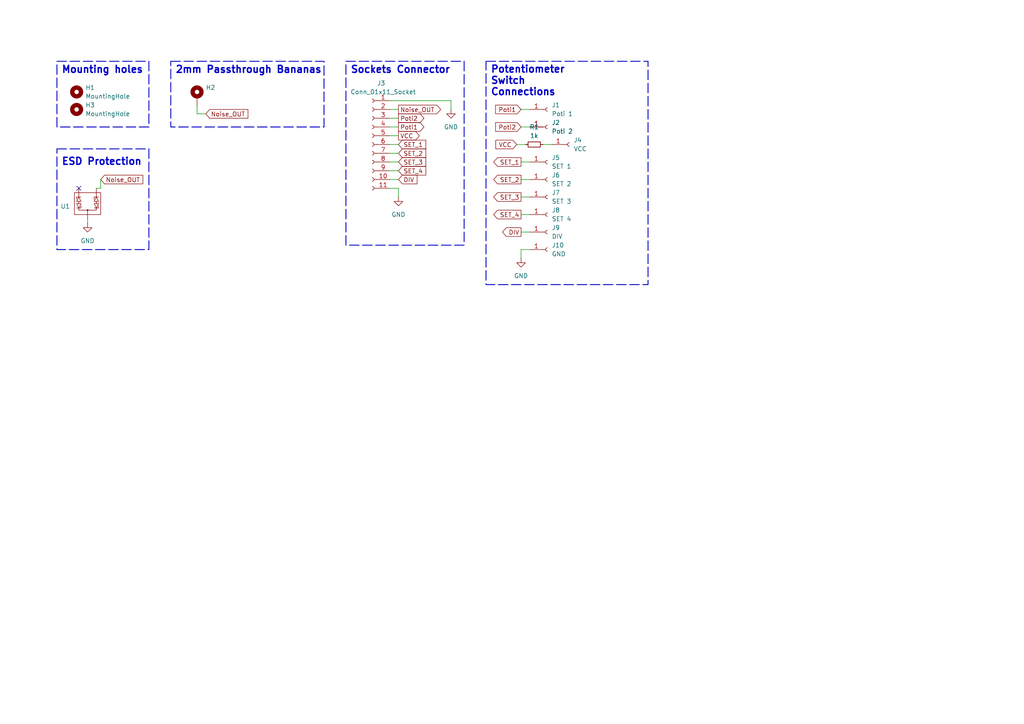
<source format=kicad_sch>
(kicad_sch (version 20231120) (generator "eeschema") (generator_version "8.0")
  (paper "A4")
  (title_block (title "Noise source and frequency filter MIDDLEPLATE") (date "11/12/2024") (rev "V1") (company "Alexander Saal"))
  (lib_symbols
    (symbol "Connector:Conn_01x01_Socket" (pin_names (offset 1.016) hide)
      (property "Reference" "J" (at 0 2.54 0))
      (property "Value" "Conn_01x01_Socket" (at 0 -2.54 0))
      (symbol "Conn_01x01_Socket_1_1"
        (polyline (pts (xy -1.27 0) (xy -0.508 0)) (stroke (width 0.1524)))
        (arc (start 0 0.508) (mid -0.5058 0) (end 0 -0.508) (stroke (width 0.1524)))
        (pin passive line (at -5.08 0 0) (length 3.81) (name "Pin_1") (number "1"))
      )
    )
    (symbol "Connector:Conn_01x11_Socket" (pin_names (offset 1.016) hide)
      (property "Reference" "J" (at 0 15.24 0))
      (property "Value" "Conn_01x11_Socket" (at 0 -15.24 0))
      (symbol "Conn_01x11_Socket_1_1"
        (arc (start 0 -12.192) (mid -0.5058 -12.7) (end 0 -13.208) (stroke (width 0.1524)))
        (arc (start 0 -9.652) (mid -0.5058 -10.16) (end 0 -10.668) (stroke (width 0.1524)))
        (arc (start 0 -7.112) (mid -0.5058 -7.62) (end 0 -8.128) (stroke (width 0.1524)))
        (arc (start 0 -4.572) (mid -0.5058 -5.08) (end 0 -5.588) (stroke (width 0.1524)))
        (arc (start 0 -2.032) (mid -0.5058 -2.54) (end 0 -3.048) (stroke (width 0.1524)))
        (polyline (pts (xy -1.27 -12.7) (xy -0.508 -12.7)) (stroke (width 0.1524)))
        (polyline (pts (xy -1.27 -10.16) (xy -0.508 -10.16)) (stroke (width 0.1524)))
        (polyline (pts (xy -1.27 -7.62) (xy -0.508 -7.62)) (stroke (width 0.1524)))
        (polyline (pts (xy -1.27 -5.08) (xy -0.508 -5.08)) (stroke (width 0.1524)))
        (polyline (pts (xy -1.27 -2.54) (xy -0.508 -2.54)) (stroke (width 0.1524)))
        (polyline (pts (xy -1.27 0) (xy -0.508 0)) (stroke (width 0.1524)))
        (polyline (pts (xy -1.27 2.54) (xy -0.508 2.54)) (stroke (width 0.1524)))
        (polyline (pts (xy -1.27 5.08) (xy -0.508 5.08)) (stroke (width 0.1524)))
        (polyline (pts (xy -1.27 7.62) (xy -0.508 7.62)) (stroke (width 0.1524)))
        (polyline (pts (xy -1.27 10.16) (xy -0.508 10.16)) (stroke (width 0.1524)))
        (polyline (pts (xy -1.27 12.7) (xy -0.508 12.7)) (stroke (width 0.1524)))
        (arc (start 0 0.508) (mid -0.5058 0) (end 0 -0.508) (stroke (width 0.1524)))
        (arc (start 0 3.048) (mid -0.5058 2.54) (end 0 2.032) (stroke (width 0.1524)))
        (arc (start 0 5.588) (mid -0.5058 5.08) (end 0 4.572) (stroke (width 0.1524)))
        (arc (start 0 8.128) (mid -0.5058 7.62) (end 0 7.112) (stroke (width 0.1524)))
        (arc (start 0 10.668) (mid -0.5058 10.16) (end 0 9.652) (stroke (width 0.1524)))
        (arc (start 0 13.208) (mid -0.5058 12.7) (end 0 12.192) (stroke (width 0.1524)))
        (pin passive line (at -5.08 12.7 0) (length 3.81) (name "Pin_1") (number "1"))
        (pin passive line (at -5.08 -10.16 0) (length 3.81) (name "Pin_10") (number "10"))
        (pin passive line (at -5.08 -12.7 0) (length 3.81) (name "Pin_11") (number "11"))
        (pin passive line (at -5.08 10.16 0) (length 3.81) (name "Pin_2") (number "2"))
        (pin passive line (at -5.08 7.62 0) (length 3.81) (name "Pin_3") (number "3"))
        (pin passive line (at -5.08 5.08 0) (length 3.81) (name "Pin_4") (number "4"))
        (pin passive line (at -5.08 2.54 0) (length 3.81) (name "Pin_5") (number "5"))
        (pin passive line (at -5.08 0 0) (length 3.81) (name "Pin_6") (number "6"))
        (pin passive line (at -5.08 -2.54 0) (length 3.81) (name "Pin_7") (number "7"))
        (pin passive line (at -5.08 -5.08 0) (length 3.81) (name "Pin_8") (number "8"))
        (pin passive line (at -5.08 -7.62 0) (length 3.81) (name "Pin_9") (number "9"))
      )
    )
    (symbol "Device:R_Small" (pin_numbers hide) (pin_names (offset 0.254) hide)
      (property "Reference" "R" (at 0.762 0.508 0))
      (property "Value" "R_Small" (at 0.762 -1.016 0))
      (symbol "R_Small_0_1"
        (rectangle (start -0.762 1.778) (end 0.762 -1.778) (stroke (width 0.2032)))
      )
      (symbol "R_Small_1_1"
        (pin passive line (at 0 2.54 270) (length 0.762) (name "~") (number "1"))
        (pin passive line (at 0 -2.54 90) (length 0.762) (name "~") (number "2"))
      )
    )
    (symbol "Mechanical:MountingHole" (pin_names (offset 1.016)) (exclude_from_sim yes) (in_bom no)
      (property "Reference" "H" (at 0 5.08 0))
      (property "Value" "MountingHole" (at 0 3.175 0))
      (symbol "MountingHole_0_1"
        (circle (center 0 0) (radius 1.27) (stroke (width 1.27)))
      )
    )
    (symbol "Mechanical:MountingHole_Pad" (pin_numbers hide) (pin_names (offset 1.016) hide) (exclude_from_sim yes) (in_bom no)
      (property "Reference" "H" (at 0 6.35 0))
      (property "Value" "MountingHole_Pad" (at 0 4.445 0))
      (symbol "MountingHole_Pad_0_1"
        (circle (center 0 1.27) (radius 1.27) (stroke (width 1.27)))
      )
      (symbol "MountingHole_Pad_1_1"
        (pin input line (at 0 -2.54 90) (length 2.54) (name "1") (number "1"))
      )
    )
    (symbol "VCAN16A2-03S-E3-08_1" (pin_numbers hide) (pin_names (offset 0) hide)
      (property "Reference" "U" (at -1.27 0 0))
      (symbol "VCAN16A2-03S-E3-08_1_0_1"
        (polyline (pts (xy 0 -2.54) (xy 0.635 -2.54)))
        (polyline (pts (xy 0 2.54) (xy 0.635 2.54)))
        (polyline (pts (xy -1.27 -3.175) (xy -1.27 -1.905) (xy -0.635 -1.905)))
        (polyline (pts (xy -1.27 1.905) (xy -1.27 3.175) (xy -0.635 3.175)))
        (polyline (pts (xy 1.905 -1.905) (xy 1.905 -3.175) (xy 1.27 -3.175)))
        (polyline (pts (xy 1.905 3.175) (xy 1.905 1.905) (xy 1.27 1.905)))
        (polyline (pts (xy -1.27 -2.54) (xy 0 -1.905) (xy 0 -3.175) (xy -1.27 -2.54)))
        (polyline (pts (xy -1.27 2.54) (xy 0 3.175) (xy 0 1.905) (xy -1.27 2.54)))
        (polyline (pts (xy 0.635 -3.175) (xy 0.635 -1.905) (xy 1.905 -2.54) (xy 0.635 -3.175)))
        (polyline (pts (xy 0.635 3.175) (xy 0.635 1.905) (xy 1.905 2.54) (xy 0.635 3.175)))
        (polyline (pts (xy 1.905 2.54) (xy 2.54 2.54) (xy 2.54 -2.54) (xy 1.905 -2.54)))
      )
      (symbol "VCAN16A2-03S-E3-08_1_1_1"
        (rectangle (start -2.54 3.81) (end 3.81 -3.81))
        (circle (center 2.54 0) (radius 0.254) (stroke (width -0.0001)) (fill (type outline)))
        (pin input line (at -3.81 2.54 0) (length 2.54) (name "IN1") (number "1"))
        (pin input line (at -3.81 -2.54 0) (length 2.54) (name "IN2") (number "2"))
        (pin input line (at 5.08 0 180) (length 2.54) (name "OUT") (number "3"))
      )
    )
    (symbol "power:GND" (power) (pin_numbers hide) (pin_names (offset 0) hide)
      (property "Value" "GND" (at 0 -3.81 0))
      (symbol "GND_0_1"
        (polyline (pts (xy 0 0) (xy 0 -1.27) (xy 1.27 -1.27) (xy 0 -2.54) (xy -1.27 -1.27) (xy 0 -1.27)))
      )
      (symbol "GND_1_1"
        (pin power_in line (at 0 0 270) (length 0) (name "~") (number "1"))
      )
    )
  )
  (no_connect (at 22.86 54.61))
  (wire (pts (xy 113.03 39.37) (xy 115.57 39.37)))
  (wire (pts (xy 151.13 62.23) (xy 153.67 62.23)))
  (wire (pts (xy 113.03 34.29) (xy 115.57 34.29)))
  (wire (pts (xy 113.03 52.07) (xy 115.57 52.07)))
  (wire (pts (xy 149.86 41.91) (xy 152.4 41.91)))
  (wire (pts (xy 115.57 54.61) (xy 115.57 57.15)))
  (wire (pts (xy 130.81 31.75) (xy 130.81 29.21)))
  (wire (pts (xy 29.21 54.61) (xy 27.94 54.61)))
  (wire (pts (xy 57.15 33.02) (xy 59.69 33.02)))
  (wire (pts (xy 57.15 30.48) (xy 57.15 33.02)))
  (wire (pts (xy 151.13 57.15) (xy 153.67 57.15)))
  (wire (pts (xy 113.03 54.61) (xy 115.57 54.61)))
  (wire (pts (xy 113.03 41.91) (xy 115.57 41.91)))
  (wire (pts (xy 113.03 49.53) (xy 115.57 49.53)))
  (wire (pts (xy 113.03 36.83) (xy 115.57 36.83)))
  (wire (pts (xy 25.4 64.77) (xy 25.4 63.5)))
  (wire (pts (xy 113.03 46.99) (xy 115.57 46.99)))
  (wire (pts (xy 153.67 72.39) (xy 151.13 72.39)))
  (wire (pts (xy 113.03 29.21) (xy 130.81 29.21)))
  (wire (pts (xy 157.48 41.91) (xy 160.02 41.91)))
  (wire (pts (xy 151.13 72.39) (xy 151.13 74.93)))
  (wire (pts (xy 151.13 36.83) (xy 153.67 36.83)))
  (wire (pts (xy 151.13 31.75) (xy 153.67 31.75)))
  (wire (pts (xy 151.13 52.07) (xy 153.67 52.07)))
  (wire (pts (xy 29.21 52.07) (xy 29.21 54.61)))
  (wire (pts (xy 151.13 67.31) (xy 153.67 67.31)))
  (wire (pts (xy 151.13 46.99) (xy 153.67 46.99)))
  (wire (pts (xy 113.03 31.75) (xy 115.57 31.75)))
  (wire (pts (xy 113.03 44.45) (xy 115.57 44.45)))
  (rectangle (start 16.51 17.78) (end 43.18 36.83) (stroke (width 0.254) (type dash)))
  (rectangle (start 16.51 43.18) (end 43.18 72.39) (stroke (width 0.254) (type dash)))
  (rectangle (start 100.33 17.78) (end 134.62 71.12) (stroke (width 0.254) (type dash)))
  (rectangle (start 49.53 17.78) (end 93.98 36.83) (stroke (width 0.254) (type dash)))
  (rectangle (start 140.97 17.78) (end 187.96 82.55) (stroke (width 0.254) (type dash)))
  (text "Sockets Connector" (at 101.6 20.32 0) (effects (font (size 2.032 2.032) (bold yes)) (justify left)))
  (text "2mm Passthrough Bananas" (at 50.8 20.32 0) (effects (font (size 2.032 2.032) (thickness 0.4064) (bold yes)) (justify left)))
  (text "Potentiometer\nSwitch\nConnections" (at 142.24 19.05 0) (effects (font (size 2.032 2.032) (bold yes)) (justify left top)))
  (text "ESD Protection" (at 17.78 46.99 0) (effects (font (size 2.032 2.032) (bold yes)) (justify left)))
  (text "Mounting holes" (at 17.78 20.32 0) (effects (font (size 2.032 2.032) (thickness 0.4064) (bold yes)) (justify left)))
  (global_label "DIV" (shape output) (at 151.13 67.31 180) (property "Intersheetrefs" "${INTERSHEET_REFS}" (effects (hide yes))))
  (global_label "Poti1" (shape output) (at 115.57 36.83 0) (property "Intersheetrefs" "${INTERSHEET_REFS}" (effects (hide yes))))
  (global_label "Noise_OUT" (shape input) (at 59.69 33.02 0) (property "Intersheetrefs" "${INTERSHEET_REFS}" (effects (hide yes))))
  (global_label "VCC" (shape output) (at 115.57 39.37 0) (property "Intersheetrefs" "${INTERSHEET_REFS}" (effects (hide yes))))
  (global_label "SET_3" (shape input) (at 115.57 46.99 0) (property "Intersheetrefs" "${INTERSHEET_REFS}" (effects (hide yes))))
  (global_label "SET_1" (shape output) (at 151.13 46.99 180) (property "Intersheetrefs" "${INTERSHEET_REFS}" (effects (hide yes))))
  (global_label "Poti2" (shape input) (at 151.13 36.83 180) (property "Intersheetrefs" "${INTERSHEET_REFS}" (effects (hide yes))))
  (global_label "SET_2" (shape input) (at 115.57 44.45 0) (property "Intersheetrefs" "${INTERSHEET_REFS}" (effects (hide yes))))
  (global_label "Noise_OUT" (shape input) (at 29.21 52.07 0) (property "Intersheetrefs" "${INTERSHEET_REFS}" (effects (hide yes))))
  (global_label "DIV" (shape input) (at 115.57 52.07 0) (property "Intersheetrefs" "${INTERSHEET_REFS}" (effects (hide yes))))
  (global_label "SET_3" (shape output) (at 151.13 57.15 180) (property "Intersheetrefs" "${INTERSHEET_REFS}" (effects (hide yes))))
  (global_label "VCC" (shape input) (at 149.86 41.91 180) (property "Intersheetrefs" "${INTERSHEET_REFS}" (effects (hide yes))))
  (global_label "SET_2" (shape output) (at 151.13 52.07 180) (property "Intersheetrefs" "${INTERSHEET_REFS}" (effects (hide yes))))
  (global_label "Poti2" (shape output) (at 115.57 34.29 0) (property "Intersheetrefs" "${INTERSHEET_REFS}" (effects (hide yes))))
  (global_label "Noise_OUT" (shape output) (at 115.57 31.75 0) (property "Intersheetrefs" "${INTERSHEET_REFS}" (effects (hide yes))))
  (global_label "SET_1" (shape input) (at 115.57 41.91 0) (property "Intersheetrefs" "${INTERSHEET_REFS}" (effects (hide yes))))
  (global_label "SET_4" (shape input) (at 115.57 49.53 0) (property "Intersheetrefs" "${INTERSHEET_REFS}" (effects (hide yes))))
  (global_label "SET_4" (shape output) (at 151.13 62.23 180) (property "Intersheetrefs" "${INTERSHEET_REFS}" (effects (hide yes))))
  (global_label "Poti1" (shape input) (at 151.13 31.75 180) (property "Intersheetrefs" "${INTERSHEET_REFS}" (effects (hide yes))))
  (symbol (lib_id "power:GND") (at 25.4 64.77 0) (unit 1) (exclude_from_sim yes)
    (property "Reference" "#PWR03" (effects (hide yes)))
    (property "Value" "GND" (at 25.4 69.85 0))
    (property "Description" "Power symbol creates a global label with name \"GND\" , ground" (effects (hide yes)))
  )
  (symbol (lib_id "Connector:Conn_01x01_Socket") (at 158.75 72.39 0) (unit 1)
    (property "Reference" "J10" (at 160.02 71.1199 0) (effects (justify left)))
    (property "Value" "GND" (at 160.02 73.6599 0) (effects (justify left)))
    (property "Footprint" "Connector_Wire:SolderWire-0.75sqmm_1x01_D1.25mm_OD3.5mm" (effects (hide yes)))
    (property "Description" "Generic connector, single row, 01x01, script generated" (effects (hide yes)))
  )
  (symbol (lib_id "Connector:Conn_01x01_Socket") (at 165.1 41.91 0) (unit 1)
    (property "Reference" "J4" (at 166.37 40.6399 0) (effects (justify left)))
    (property "Value" "VCC" (at 166.37 43.1799 0) (effects (justify left)))
    (property "Footprint" "Connector_Wire:SolderWire-0.75sqmm_1x01_D1.25mm_OD3.5mm" (effects (hide yes)))
    (property "Description" "Generic connector, single row, 01x01, script generated" (effects (hide yes)))
  )
  (symbol (lib_id "power:GND") (at 130.81 31.75 0) (unit 1)
    (property "Reference" "#PWR01" (effects (hide yes)))
    (property "Value" "GND" (at 130.81 36.83 0))
    (property "Description" "Power symbol creates a global label with name \"GND\" , ground" (effects (hide yes)))
  )
  (symbol (lib_id "Mechanical:MountingHole") (at 22.225 31.75 0) (unit 1) (exclude_from_sim yes) (in_bom no)
    (property "Reference" "H3" (at 24.765 30.4799 0) (effects (justify left)))
    (property "Value" "MountingHole" (at 24.765 33.0199 0) (effects (justify left)))
    (property "Footprint" "MountingHole:MountingHole_3.2mm_M3_DIN965" (effects (hide yes)))
    (property "Description" "Mounting Hole without connection" (effects (hide yes)))
  )
  (symbol (lib_id "Device:R_Small") (at 154.94 41.91 90) (unit 1)
    (property "Reference" "R1" (at 154.94 36.83 90))
    (property "Value" "1k" (at 154.94 39.37 90))
    (property "Footprint" "Resistor_SMD:R_1206_3216Metric_Pad1.30x1.75mm_HandSolder" (effects (hide yes)))
    (property "Description" "Resistor, small symbol" (effects (hide yes)))
  )
  (symbol (lib_id "power:GND") (at 115.57 57.15 0) (unit 1)
    (property "Reference" "#PWR02" (effects (hide yes)))
    (property "Value" "GND" (at 115.57 62.23 0))
    (property "Description" "Power symbol creates a global label with name \"GND\" , ground" (effects (hide yes)))
  )
  (symbol (lib_id "Connector:Conn_01x01_Socket") (at 158.75 46.99 0) (unit 1)
    (property "Reference" "J5" (at 160.02 45.7199 0) (effects (justify left)))
    (property "Value" "SET 1" (at 160.02 48.2599 0) (effects (justify left)))
    (property "Footprint" "Connector_Wire:SolderWire-0.75sqmm_1x01_D1.25mm_OD3.5mm" (effects (hide yes)))
    (property "Description" "Generic connector, single row, 01x01, script generated" (effects (hide yes)))
  )
  (symbol (lib_id "Mechanical:MountingHole") (at 22.225 26.67 0) (unit 1) (exclude_from_sim yes) (in_bom no)
    (property "Reference" "H1" (at 24.765 25.3999 0) (effects (justify left)))
    (property "Value" "MountingHole" (at 24.765 27.9399 0) (effects (justify left)))
    (property "Footprint" "MountingHole:MountingHole_3.2mm_M3_DIN965" (effects (hide yes)))
    (property "Description" "Mounting Hole without connection" (effects (hide yes)))
  )
  (symbol (lib_id "Connector:Conn_01x01_Socket") (at 158.75 31.75 0) (unit 1)
    (property "Reference" "J1" (at 160.02 30.4799 0) (effects (justify left)))
    (property "Value" "Poti 1" (at 160.02 33.0199 0) (effects (justify left)))
    (property "Footprint" "Connector_Wire:SolderWire-0.75sqmm_1x01_D1.25mm_OD3.5mm" (effects (hide yes)))
    (property "Description" "Generic connector, single row, 01x01, script generated" (effects (hide yes)))
  )
  (symbol (lib_id "Connector:Conn_01x01_Socket") (at 158.75 52.07 0) (unit 1)
    (property "Reference" "J6" (at 160.02 50.7999 0) (effects (justify left)))
    (property "Value" "SET 2" (at 160.02 53.3399 0) (effects (justify left)))
    (property "Footprint" "Connector_Wire:SolderWire-0.75sqmm_1x01_D1.25mm_OD3.5mm" (effects (hide yes)))
    (property "Description" "Generic connector, single row, 01x01, script generated" (effects (hide yes)))
  )
  (symbol (lib_id "Mechanical:MountingHole_Pad") (at 57.15 27.94 0) (unit 1) (exclude_from_sim yes) (in_bom no)
    (property "Reference" "H2" (at 59.69 25.3999 0) (effects (justify left)))
    (property "Value" "MountingHole_Pad" (effects (hide yes)))
    (property "Footprint" "MountingHole:MountingHole_4.3mm_M4_DIN965_Pad" (effects (hide yes)))
    (property "Description" "Mounting Hole with connection" (effects (hide yes)))
  )
  (symbol (lib_id "Connector:Conn_01x01_Socket") (at 158.75 57.15 0) (unit 1)
    (property "Reference" "J7" (at 160.02 55.8799 0) (effects (justify left)))
    (property "Value" "SET 3" (at 160.02 58.4199 0) (effects (justify left)))
    (property "Footprint" "Connector_Wire:SolderWire-0.75sqmm_1x01_D1.25mm_OD3.5mm" (effects (hide yes)))
    (property "Description" "Generic connector, single row, 01x01, script generated" (effects (hide yes)))
  )
  (symbol (lib_id "Connector:Conn_01x01_Socket") (at 158.75 62.23 0) (unit 1)
    (property "Reference" "J8" (at 160.02 60.9599 0) (effects (justify left)))
    (property "Value" "SET 4" (at 160.02 63.4999 0) (effects (justify left)))
    (property "Footprint" "Connector_Wire:SolderWire-0.75sqmm_1x01_D1.25mm_OD3.5mm" (effects (hide yes)))
    (property "Description" "Generic connector, single row, 01x01, script generated" (effects (hide yes)))
  )
  (symbol (lib_id "Connector:Conn_01x01_Socket") (at 158.75 36.83 0) (unit 1)
    (property "Reference" "J2" (at 160.02 35.5599 0) (effects (justify left)))
    (property "Value" "Poti 2" (at 160.02 38.0999 0) (effects (justify left)))
    (property "Footprint" "Connector_Wire:SolderWire-0.75sqmm_1x01_D1.25mm_OD3.5mm" (effects (hide yes)))
    (property "Description" "Generic connector, single row, 01x01, script generated" (effects (hide yes)))
  )
  (symbol (lib_id "power:GND") (at 151.13 74.93 0) (unit 1)
    (property "Reference" "#PWR04" (effects (hide yes)))
    (property "Value" "GND" (at 151.13 80.01 0))
    (property "Description" "Power symbol creates a global label with name \"GND\" , ground" (effects (hide yes)))
  )
  (symbol (lib_name "VCAN16A2-03S-E3-08_1") (lib_id "Analog_computing:VCAN16A2-03S-E3-08") (at 25.4 58.42 90) (mirror x) (unit 1) (exclude_from_sim yes)
    (property "Reference" "U1" (at 20.32 59.8445 90) (effects (justify left)))
    (property "Value" "VCAN16A2-03S-E3-08" (effects (hide yes)))
    (property "Footprint" "analog_computing:VCAN16A2-03S-E3-08" (effects (hide yes)))
  )
  (symbol (lib_id "Connector:Conn_01x01_Socket") (at 158.75 67.31 0) (unit 1)
    (property "Reference" "J9" (at 160.02 66.0399 0) (effects (justify left)))
    (property "Value" "DIV" (at 160.02 68.5799 0) (effects (justify left)))
    (property "Footprint" "Connector_Wire:SolderWire-0.75sqmm_1x01_D1.25mm_OD3.5mm" (effects (hide yes)))
    (property "Description" "Generic connector, single row, 01x01, script generated" (effects (hide yes)))
  )
  (symbol (lib_id "Connector:Conn_01x11_Socket") (at 107.95 41.91 0) (mirror y) (unit 1)
    (property "Reference" "J3" (at 111.76 24.13 0) (effects (justify left)))
    (property "Value" "Conn_01x11_Socket" (at 120.65 26.67 0) (effects (justify left)))
    (property "Footprint" "Connector_PinSocket_2.54mm:PinSocket_1x11_P2.54mm_Vertical" (effects (hide yes)))
    (property "Description" "Generic connector, single row, 01x11, script generated" (effects (hide yes)))
  )
)
</source>
